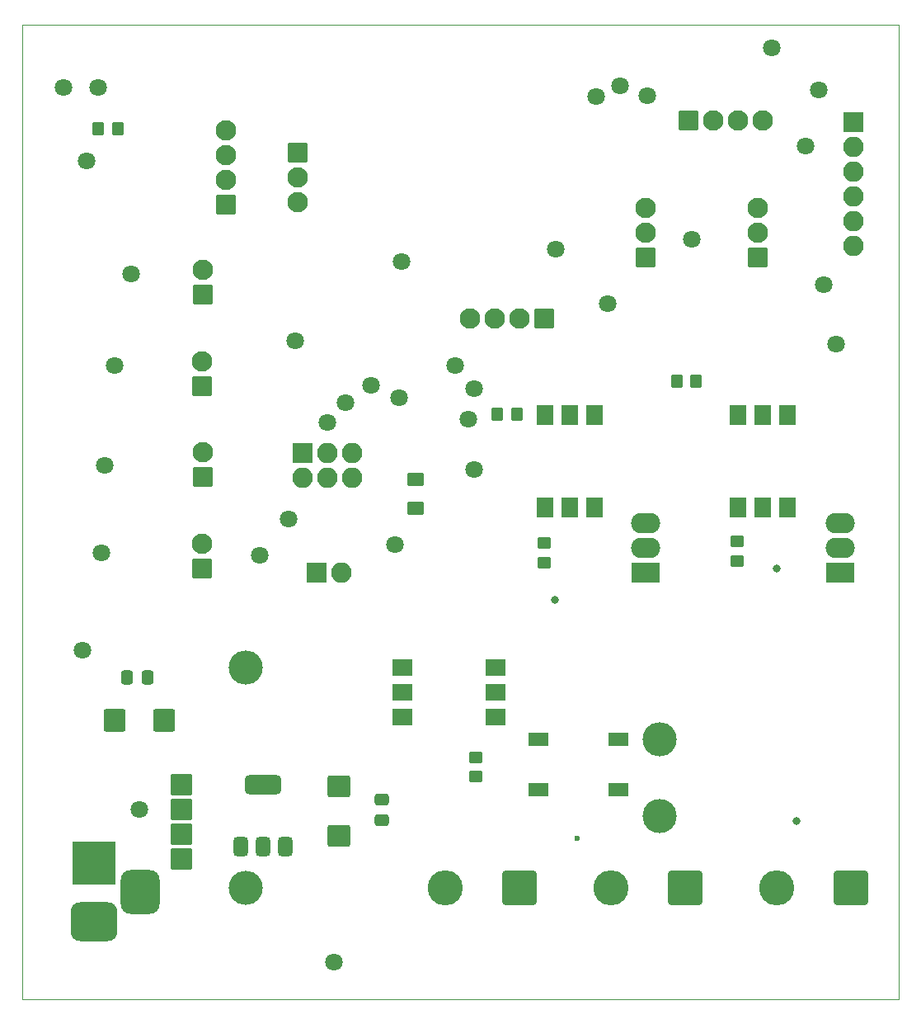
<source format=gbr>
%TF.GenerationSoftware,KiCad,Pcbnew,9.0.2*%
%TF.CreationDate,2025-06-12T16:32:13-03:00*%
%TF.ProjectId,v0.2,76302e32-2e6b-4696-9361-645f70636258,rev?*%
%TF.SameCoordinates,Original*%
%TF.FileFunction,Soldermask,Bot*%
%TF.FilePolarity,Negative*%
%FSLAX46Y46*%
G04 Gerber Fmt 4.6, Leading zero omitted, Abs format (unit mm)*
G04 Created by KiCad (PCBNEW 9.0.2) date 2025-06-12 16:32:13*
%MOMM*%
%LPD*%
G01*
G04 APERTURE LIST*
G04 Aperture macros list*
%AMRoundRect*
0 Rectangle with rounded corners*
0 $1 Rounding radius*
0 $2 $3 $4 $5 $6 $7 $8 $9 X,Y pos of 4 corners*
0 Add a 4 corners polygon primitive as box body*
4,1,4,$2,$3,$4,$5,$6,$7,$8,$9,$2,$3,0*
0 Add four circle primitives for the rounded corners*
1,1,$1+$1,$2,$3*
1,1,$1+$1,$4,$5*
1,1,$1+$1,$6,$7*
1,1,$1+$1,$8,$9*
0 Add four rect primitives between the rounded corners*
20,1,$1+$1,$2,$3,$4,$5,0*
20,1,$1+$1,$4,$5,$6,$7,0*
20,1,$1+$1,$6,$7,$8,$9,0*
20,1,$1+$1,$8,$9,$2,$3,0*%
G04 Aperture macros list end*
%ADD10R,3.000000X2.100000*%
%ADD11O,3.000000X2.100000*%
%ADD12C,3.500000*%
%ADD13O,3.500000X3.500000*%
%ADD14R,4.500000X4.500000*%
%ADD15RoundRect,1.000000X1.400000X-1.000000X1.400000X1.000000X-1.400000X1.000000X-1.400000X-1.000000X0*%
%ADD16RoundRect,1.000000X1.000000X-1.250000X1.000000X1.250000X-1.000000X1.250000X-1.000000X-1.250000X0*%
%ADD17RoundRect,0.250000X-0.475000X0.337500X-0.475000X-0.337500X0.475000X-0.337500X0.475000X0.337500X0*%
%ADD18RoundRect,0.250000X-0.350000X-0.450000X0.350000X-0.450000X0.350000X0.450000X-0.350000X0.450000X0*%
%ADD19RoundRect,0.301724X0.748276X-0.748276X0.748276X0.748276X-0.748276X0.748276X-0.748276X-0.748276X0*%
%ADD20C,2.100000*%
%ADD21R,2.000000X1.780000*%
%ADD22RoundRect,0.428573X1.371427X1.371427X-1.371427X1.371427X-1.371427X-1.371427X1.371427X-1.371427X0*%
%ADD23O,3.600000X3.600000*%
%ADD24RoundRect,0.301724X0.748276X0.748276X-0.748276X0.748276X-0.748276X-0.748276X0.748276X-0.748276X0*%
%ADD25RoundRect,0.375000X0.375000X-0.625000X0.375000X0.625000X-0.375000X0.625000X-0.375000X-0.625000X0*%
%ADD26RoundRect,0.500000X1.400000X-0.500000X1.400000X0.500000X-1.400000X0.500000X-1.400000X-0.500000X0*%
%ADD27RoundRect,0.301724X-0.748276X-0.748276X0.748276X-0.748276X0.748276X0.748276X-0.748276X0.748276X0*%
%ADD28RoundRect,0.250001X0.624999X-0.462499X0.624999X0.462499X-0.624999X0.462499X-0.624999X-0.462499X0*%
%ADD29RoundRect,0.250000X0.337500X0.475000X-0.337500X0.475000X-0.337500X-0.475000X0.337500X-0.475000X0*%
%ADD30RoundRect,0.250000X0.450000X-0.350000X0.450000X0.350000X-0.450000X0.350000X-0.450000X-0.350000X0*%
%ADD31RoundRect,0.102000X-1.000000X-1.000000X1.000000X-1.000000X1.000000X1.000000X-1.000000X1.000000X0*%
%ADD32RoundRect,0.250000X-0.450000X0.350000X-0.450000X-0.350000X0.450000X-0.350000X0.450000X0.350000X0*%
%ADD33RoundRect,0.102000X-0.950000X0.600000X-0.950000X-0.600000X0.950000X-0.600000X0.950000X0.600000X0*%
%ADD34R,1.780000X2.000000*%
%ADD35RoundRect,0.301724X-0.748276X0.748276X-0.748276X-0.748276X0.748276X-0.748276X0.748276X0.748276X0*%
%ADD36R,2.100000X2.100000*%
%ADD37O,2.100000X2.100000*%
%ADD38RoundRect,0.250000X0.875000X0.925000X-0.875000X0.925000X-0.875000X-0.925000X0.875000X-0.925000X0*%
%ADD39RoundRect,0.250000X-0.925000X0.875000X-0.925000X-0.875000X0.925000X-0.875000X0.925000X0.875000X0*%
%ADD40C,1.800000*%
%ADD41C,0.800000*%
%ADD42C,0.600000*%
%TA.AperFunction,Profile*%
%ADD43C,0.050000*%
%TD*%
G04 APERTURE END LIST*
D10*
%TO.C,Q1*%
X94000000Y-116200000D03*
D11*
X94000000Y-113660000D03*
X94000000Y-111120000D03*
%TD*%
%TO.C,Q2*%
X114000000Y-111120000D03*
D10*
X114000000Y-116200000D03*
D11*
X114000000Y-113660000D03*
%TD*%
D12*
%TO.C,PS1*%
X95432500Y-141150000D03*
D13*
X95432500Y-133350000D03*
X52932500Y-148550000D03*
X52932500Y-125950000D03*
%TD*%
D14*
%TO.C,J17*%
X37400000Y-146000000D03*
D15*
X37400000Y-152000000D03*
D16*
X42100000Y-149000000D03*
%TD*%
D17*
%TO.C,C10*%
X66957500Y-139512500D03*
X66957500Y-141587500D03*
%TD*%
D18*
%TO.C,R8*%
X78800000Y-100000000D03*
X80800000Y-100000000D03*
%TD*%
D19*
%TO.C,J6*%
X105570000Y-83850000D03*
D20*
X105570000Y-81310000D03*
X105570000Y-78770000D03*
%TD*%
D21*
%TO.C,U4*%
X78600000Y-125920000D03*
X78600000Y-128460000D03*
X78600000Y-131000000D03*
X69070000Y-131000000D03*
X69070000Y-128460000D03*
X69070000Y-125920000D03*
%TD*%
D22*
%TO.C,J15*%
X115062000Y-148590000D03*
D23*
X107442000Y-148590000D03*
%TD*%
D19*
%TO.C,J3*%
X48557500Y-106400000D03*
D20*
X48557500Y-103860000D03*
%TD*%
D19*
%TO.C,J11*%
X50920000Y-78450000D03*
D20*
X50920000Y-75910000D03*
X50920000Y-73370000D03*
X50920000Y-70830000D03*
%TD*%
D24*
%TO.C,J9*%
X83620000Y-90150000D03*
D20*
X81080000Y-90150000D03*
X78540000Y-90150000D03*
X76000000Y-90150000D03*
%TD*%
D25*
%TO.C,U5*%
X57057500Y-144312500D03*
X54757500Y-144312500D03*
D26*
X54757500Y-138012500D03*
D25*
X52457500Y-144312500D03*
%TD*%
D18*
%TO.C,R10*%
X97200000Y-96600000D03*
X99200000Y-96600000D03*
%TD*%
D27*
%TO.C,J10*%
X98420000Y-69800000D03*
D20*
X100960000Y-69800000D03*
X103500000Y-69800000D03*
X106040000Y-69800000D03*
%TD*%
D19*
%TO.C,J2*%
X48507500Y-115750000D03*
D20*
X48507500Y-113210000D03*
%TD*%
D28*
%TO.C,F1*%
X70420000Y-109637500D03*
X70420000Y-106662500D03*
%TD*%
D29*
%TO.C,C8*%
X42837500Y-127000000D03*
X40762500Y-127000000D03*
%TD*%
D22*
%TO.C,J16*%
X81026000Y-148590000D03*
D23*
X73406000Y-148590000D03*
%TD*%
D19*
%TO.C,J5*%
X48520000Y-87700000D03*
D20*
X48520000Y-85160000D03*
%TD*%
D30*
%TO.C,R11*%
X76600000Y-137144000D03*
X76600000Y-135144000D03*
%TD*%
D31*
%TO.C,U6*%
X46357500Y-145632500D03*
X46357500Y-140552500D03*
X46357500Y-143092500D03*
X46357500Y-138012500D03*
%TD*%
D19*
%TO.C,J4*%
X48507500Y-97050000D03*
D20*
X48507500Y-94510000D03*
%TD*%
D32*
%TO.C,R7*%
X83600000Y-113200000D03*
X83600000Y-115200000D03*
%TD*%
D18*
%TO.C,R6*%
X37820000Y-70650000D03*
X39820000Y-70650000D03*
%TD*%
D33*
%TO.C,BR1*%
X82996420Y-138439590D03*
X82996420Y-133339590D03*
X91246420Y-138439590D03*
X91246420Y-133339590D03*
%TD*%
D34*
%TO.C,U3*%
X103460000Y-100035000D03*
X106000000Y-100035000D03*
X108540000Y-100035000D03*
X108540000Y-109565000D03*
X106000000Y-109565000D03*
X103460000Y-109565000D03*
%TD*%
D32*
%TO.C,R9*%
X103400000Y-113000000D03*
X103400000Y-115000000D03*
%TD*%
D35*
%TO.C,J12*%
X58320000Y-73100000D03*
D20*
X58320000Y-75640000D03*
X58320000Y-78180000D03*
%TD*%
D22*
%TO.C,J14*%
X98044000Y-148590000D03*
D23*
X90424000Y-148590000D03*
%TD*%
D34*
%TO.C,U2*%
X83660000Y-100035000D03*
X86200000Y-100035000D03*
X88740000Y-100035000D03*
X88740000Y-109565000D03*
X86200000Y-109565000D03*
X83660000Y-109565000D03*
%TD*%
D36*
%TO.C,J1*%
X58780000Y-103910000D03*
D37*
X58780000Y-106450000D03*
X61320000Y-103910000D03*
X61320000Y-106450000D03*
X63860000Y-103910000D03*
X63860000Y-106450000D03*
%TD*%
D36*
%TO.C,J7*%
X60250000Y-116250000D03*
D37*
X62790000Y-116250000D03*
%TD*%
D19*
%TO.C,J13*%
X94020000Y-83850000D03*
D20*
X94020000Y-81310000D03*
X94020000Y-78770000D03*
%TD*%
D36*
%TO.C,J8*%
X115370000Y-70000000D03*
D37*
X115370000Y-72540000D03*
X115370000Y-75080000D03*
X115370000Y-77620000D03*
X115370000Y-80160000D03*
X115370000Y-82700000D03*
%TD*%
D38*
%TO.C,C9*%
X44600000Y-131400000D03*
X39500000Y-131400000D03*
%TD*%
D39*
%TO.C,C11*%
X62557500Y-138112500D03*
X62557500Y-143212500D03*
%TD*%
D40*
X38470000Y-105200000D03*
X41170000Y-85600000D03*
X38120000Y-114200000D03*
X39520000Y-95000000D03*
X37770000Y-66450000D03*
X68270000Y-113300000D03*
X54400000Y-114400000D03*
X107000000Y-62400000D03*
X34220000Y-66400000D03*
X94220000Y-67300000D03*
X68970000Y-84300000D03*
X42000000Y-140500000D03*
X98770000Y-82000000D03*
X36200000Y-124200000D03*
X76400000Y-105600000D03*
X61976000Y-156210000D03*
X113600000Y-92800000D03*
X58070000Y-92450000D03*
X36620001Y-73999999D03*
X57320000Y-110700000D03*
D41*
X109474000Y-141732000D03*
X84709000Y-118999000D03*
D42*
X87000000Y-143500000D03*
D41*
X107442000Y-115824000D03*
D40*
X68720000Y-98300000D03*
X112320000Y-86700000D03*
X111820000Y-66700000D03*
X61320000Y-100800000D03*
X84820000Y-83000000D03*
X91420000Y-66250000D03*
X65800000Y-97000004D03*
X63200000Y-98799998D03*
X88920000Y-67400000D03*
X110470002Y-72400000D03*
X90120000Y-88600000D03*
X75800006Y-100500000D03*
X76420000Y-97300000D03*
X74470000Y-94950000D03*
D43*
X30000000Y-60000000D02*
X120000000Y-60000000D01*
X120000000Y-160000000D01*
X30000000Y-160000000D01*
X30000000Y-60000000D01*
M02*

</source>
